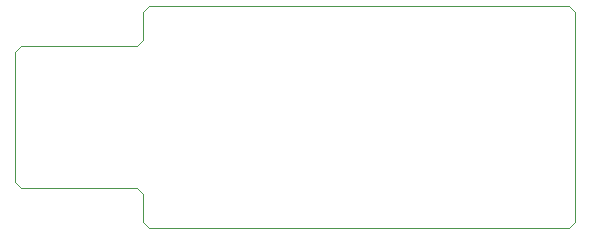
<source format=gbr>
G04 (created by PCBNEW (2013-07-14 BZR 4242)-stable) date Thu 29 Aug 2013 05:55:01 PM CEST*
%MOIN*%
G04 Gerber Fmt 3.4, Leading zero omitted, Abs format*
%FSLAX34Y34*%
G01*
G70*
G90*
G04 APERTURE LIST*
%ADD10C,0.005906*%
%ADD11C,0.003900*%
%ADD12C,0.003921*%
G04 APERTURE END LIST*
G54D10*
G54D11*
X15300Y-17430D02*
X15300Y-16500D01*
X15300Y-22574D02*
X15300Y-23500D01*
X29500Y-23700D02*
X15500Y-23700D01*
X29700Y-16500D02*
X29700Y-23500D01*
X15500Y-16300D02*
X29500Y-16300D01*
X11223Y-17630D02*
X15100Y-17630D01*
X11223Y-22374D02*
X15100Y-22374D01*
X11023Y-17830D02*
X11023Y-22174D01*
G54D12*
X11223Y-22374D02*
X11023Y-22174D01*
X15300Y-22574D02*
X15100Y-22374D01*
X15500Y-23700D02*
X15300Y-23500D01*
X29700Y-23500D02*
X29500Y-23700D01*
X29500Y-16300D02*
X29700Y-16500D01*
X15300Y-16500D02*
X15500Y-16300D01*
X15100Y-17630D02*
X15300Y-17430D01*
G54D11*
X11223Y-17630D02*
X11023Y-17830D01*
M02*

</source>
